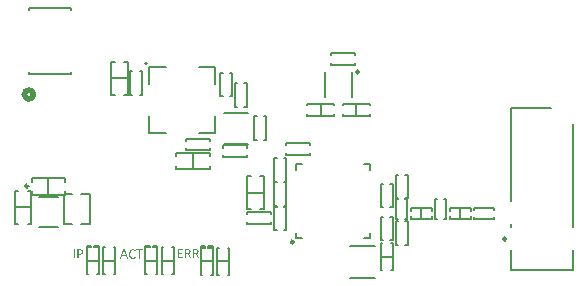
<source format=gto>
G04*
G04 #@! TF.GenerationSoftware,Altium Limited,Altium Designer,22.8.2 (66)*
G04*
G04 Layer_Color=65535*
%FSLAX44Y44*%
%MOMM*%
G71*
G04*
G04 #@! TF.SameCoordinates,468F8AB8-D0D1-42F9-A28A-8A06B6F8ABAF*
G04*
G04*
G04 #@! TF.FilePolarity,Positive*
G04*
G01*
G75*
%ADD10C,0.5080*%
%ADD11C,0.2500*%
%ADD12C,0.2000*%
%ADD13C,0.1500*%
%ADD14C,0.1270*%
%ADD15C,0.1524*%
G36*
X445667Y278404D02*
X445681D01*
X445695Y278390D01*
X445723Y278320D01*
Y278306D01*
X445737Y278277D01*
X445752Y278235D01*
X445766Y278179D01*
Y278165D01*
X445780Y278122D01*
X445794Y278066D01*
Y277981D01*
Y277967D01*
Y277911D01*
X445780Y277854D01*
X445766Y277784D01*
Y277770D01*
X445752Y277742D01*
X445723Y277643D01*
X445709Y277615D01*
X445667Y277573D01*
X445639D01*
X445582Y277558D01*
X442495D01*
Y275091D01*
X445159D01*
X445216Y275063D01*
X445230D01*
X445244Y275049D01*
X445286Y274979D01*
Y274965D01*
X445300Y274951D01*
X445315Y274908D01*
X445329Y274852D01*
Y274838D01*
X445343Y274795D01*
Y274725D01*
Y274640D01*
Y274626D01*
Y274584D01*
Y274528D01*
X445329Y274457D01*
Y274443D01*
X445315Y274415D01*
X445300Y274373D01*
X445286Y274330D01*
X445272Y274302D01*
X445216Y274260D01*
X445188D01*
X445131Y274246D01*
X442495D01*
Y271426D01*
X445639D01*
X445695Y271398D01*
X445709D01*
X445723Y271384D01*
X445766Y271313D01*
X445780Y271299D01*
X445794Y271285D01*
X445808Y271243D01*
X445822Y271187D01*
Y271173D01*
X445836Y271130D01*
Y271060D01*
Y270975D01*
Y270961D01*
Y270905D01*
Y270848D01*
X445822Y270778D01*
Y270764D01*
X445808Y270736D01*
X445766Y270651D01*
Y270637D01*
X445752Y270623D01*
X445695Y270566D01*
X445681D01*
X445611Y270552D01*
X441804D01*
X441748Y270566D01*
X441664Y270595D01*
X441565Y270637D01*
X441551Y270651D01*
X441508Y270721D01*
X441466Y270820D01*
X441452Y270975D01*
Y277995D01*
Y278010D01*
Y278038D01*
X441466Y278122D01*
X441494Y278235D01*
X441565Y278334D01*
X441593Y278348D01*
X441649Y278390D01*
X441734Y278418D01*
X441833Y278433D01*
X445611D01*
X445667Y278404D01*
D02*
G37*
G36*
X456719Y278418D02*
X456874Y278404D01*
X456902D01*
X457001Y278390D01*
X457114D01*
X457241Y278376D01*
X457255D01*
X457311Y278362D01*
X457396Y278348D01*
X457509Y278320D01*
X457635Y278277D01*
X457776Y278235D01*
X458044Y278122D01*
X458058Y278108D01*
X458101Y278094D01*
X458171Y278052D01*
X458256Y278010D01*
X458439Y277869D01*
X458636Y277685D01*
X458650Y277671D01*
X458679Y277643D01*
X458721Y277587D01*
X458777Y277516D01*
X458834Y277432D01*
X458890Y277333D01*
X458989Y277093D01*
Y277079D01*
X459003Y277037D01*
X459031Y276966D01*
X459059Y276868D01*
X459073Y276769D01*
X459101Y276642D01*
X459115Y276346D01*
Y276332D01*
Y276276D01*
Y276205D01*
X459101Y276106D01*
X459087Y275994D01*
X459073Y275881D01*
X459003Y275627D01*
Y275613D01*
X458989Y275571D01*
X458960Y275514D01*
X458918Y275444D01*
X458820Y275261D01*
X458693Y275077D01*
X458679Y275063D01*
X458664Y275035D01*
X458622Y274993D01*
X458566Y274937D01*
X458411Y274795D01*
X458213Y274655D01*
X458199D01*
X458171Y274626D01*
X458101Y274598D01*
X458030Y274556D01*
X457931Y274513D01*
X457833Y274471D01*
X457579Y274373D01*
X457593D01*
X457607Y274359D01*
X457692Y274302D01*
X457804Y274232D01*
X457931Y274147D01*
X457946D01*
X457960Y274119D01*
X458030Y274062D01*
X458129Y273964D01*
X458227Y273837D01*
Y273823D01*
X458256Y273809D01*
X458284Y273766D01*
X458312Y273710D01*
X458397Y273583D01*
X458481Y273414D01*
Y273400D01*
X458509Y273372D01*
X458523Y273329D01*
X458566Y273259D01*
X458636Y273090D01*
X458735Y272878D01*
X459440Y271144D01*
Y271130D01*
X459454Y271102D01*
X459482Y271017D01*
X459524Y270919D01*
X459538Y270834D01*
Y270820D01*
X459552Y270792D01*
X459567Y270693D01*
Y270665D01*
X459552Y270609D01*
X459538Y270595D01*
X459510Y270581D01*
X459468Y270552D01*
X459454D01*
X459426Y270538D01*
X459369D01*
X459299Y270524D01*
X459228D01*
X459144Y270510D01*
X458834D01*
X458749Y270524D01*
X458735D01*
X458693Y270538D01*
X458636D01*
X458594Y270552D01*
X458580D01*
X458566Y270566D01*
X458495Y270623D01*
Y270637D01*
X458481Y270665D01*
X458439Y270750D01*
X457720Y272610D01*
Y272624D01*
X457692Y272667D01*
X457678Y272723D01*
X457635Y272808D01*
X457551Y272991D01*
X457452Y273188D01*
Y273202D01*
X457424Y273231D01*
X457396Y273287D01*
X457353Y273344D01*
X457255Y273499D01*
X457114Y273640D01*
X457100Y273654D01*
X457086Y273668D01*
X457043Y273710D01*
X456987Y273752D01*
X456846Y273851D01*
X456677Y273950D01*
X456663D01*
X456634Y273964D01*
X456578Y273992D01*
X456508Y274006D01*
X456409Y274034D01*
X456310Y274048D01*
X456057Y274062D01*
X455366D01*
Y270693D01*
Y270665D01*
X455337Y270609D01*
X455309Y270595D01*
X455281Y270581D01*
X455239Y270566D01*
X455225D01*
X455197Y270552D01*
X455154D01*
X455084Y270538D01*
X455070D01*
X455013Y270524D01*
X454943Y270510D01*
X454760D01*
X454675Y270524D01*
X454590Y270538D01*
X454576D01*
X454534Y270552D01*
X454421Y270566D01*
X454407D01*
X454393Y270581D01*
X454337Y270609D01*
Y270623D01*
Y270637D01*
X454323Y270693D01*
Y277995D01*
Y278010D01*
Y278038D01*
X454337Y278122D01*
X454365Y278235D01*
X454435Y278334D01*
X454464Y278348D01*
X454520Y278390D01*
X454604Y278418D01*
X454703Y278433D01*
X456550D01*
X456719Y278418D01*
D02*
G37*
G36*
X449938D02*
X450093Y278404D01*
X450122D01*
X450220Y278390D01*
X450333D01*
X450460Y278376D01*
X450474D01*
X450531Y278362D01*
X450615Y278348D01*
X450728Y278320D01*
X450855Y278277D01*
X450996Y278235D01*
X451264Y278122D01*
X451278Y278108D01*
X451320Y278094D01*
X451390Y278052D01*
X451475Y278010D01*
X451658Y277869D01*
X451856Y277685D01*
X451870Y277671D01*
X451898Y277643D01*
X451940Y277587D01*
X451997Y277516D01*
X452053Y277432D01*
X452109Y277333D01*
X452208Y277093D01*
Y277079D01*
X452222Y277037D01*
X452250Y276966D01*
X452279Y276868D01*
X452293Y276769D01*
X452321Y276642D01*
X452335Y276346D01*
Y276332D01*
Y276276D01*
Y276205D01*
X452321Y276106D01*
X452307Y275994D01*
X452293Y275881D01*
X452222Y275627D01*
Y275613D01*
X452208Y275571D01*
X452180Y275514D01*
X452137Y275444D01*
X452039Y275261D01*
X451912Y275077D01*
X451898Y275063D01*
X451884Y275035D01*
X451842Y274993D01*
X451785Y274937D01*
X451630Y274795D01*
X451433Y274655D01*
X451419D01*
X451390Y274626D01*
X451320Y274598D01*
X451249Y274556D01*
X451151Y274513D01*
X451052Y274471D01*
X450798Y274373D01*
X450812D01*
X450826Y274359D01*
X450911Y274302D01*
X451024Y274232D01*
X451151Y274147D01*
X451165D01*
X451179Y274119D01*
X451249Y274062D01*
X451348Y273964D01*
X451447Y273837D01*
Y273823D01*
X451475Y273809D01*
X451503Y273766D01*
X451531Y273710D01*
X451616Y273583D01*
X451701Y273414D01*
Y273400D01*
X451729Y273372D01*
X451743Y273329D01*
X451785Y273259D01*
X451856Y273090D01*
X451954Y272878D01*
X452659Y271144D01*
Y271130D01*
X452673Y271102D01*
X452701Y271017D01*
X452744Y270919D01*
X452758Y270834D01*
Y270820D01*
X452772Y270792D01*
X452786Y270693D01*
Y270665D01*
X452772Y270609D01*
X452758Y270595D01*
X452730Y270581D01*
X452687Y270552D01*
X452673D01*
X452645Y270538D01*
X452589D01*
X452518Y270524D01*
X452448D01*
X452363Y270510D01*
X452053D01*
X451968Y270524D01*
X451954D01*
X451912Y270538D01*
X451856D01*
X451813Y270552D01*
X451799D01*
X451785Y270566D01*
X451715Y270623D01*
Y270637D01*
X451701Y270665D01*
X451658Y270750D01*
X450939Y272610D01*
Y272624D01*
X450911Y272667D01*
X450897Y272723D01*
X450855Y272808D01*
X450770Y272991D01*
X450671Y273188D01*
Y273202D01*
X450643Y273231D01*
X450615Y273287D01*
X450573Y273344D01*
X450474Y273499D01*
X450333Y273640D01*
X450319Y273654D01*
X450305Y273668D01*
X450263Y273710D01*
X450206Y273752D01*
X450065Y273851D01*
X449896Y273950D01*
X449882D01*
X449854Y273964D01*
X449797Y273992D01*
X449727Y274006D01*
X449628Y274034D01*
X449530Y274048D01*
X449276Y274062D01*
X448585D01*
Y270693D01*
Y270665D01*
X448557Y270609D01*
X448529Y270595D01*
X448501Y270581D01*
X448458Y270566D01*
X448444D01*
X448416Y270552D01*
X448374D01*
X448303Y270538D01*
X448289D01*
X448233Y270524D01*
X448162Y270510D01*
X447979D01*
X447894Y270524D01*
X447810Y270538D01*
X447796D01*
X447753Y270552D01*
X447641Y270566D01*
X447626D01*
X447612Y270581D01*
X447556Y270609D01*
Y270623D01*
Y270637D01*
X447542Y270693D01*
Y277995D01*
Y278010D01*
Y278038D01*
X447556Y278122D01*
X447584Y278235D01*
X447655Y278334D01*
X447683Y278348D01*
X447739Y278390D01*
X447824Y278418D01*
X447923Y278433D01*
X449769D01*
X449938Y278418D01*
D02*
G37*
G36*
X403962Y278319D02*
X404060D01*
X404173Y278305D01*
X404413Y278263D01*
X404427D01*
X404469Y278249D01*
X404525Y278235D01*
X404610Y278221D01*
X404793Y278164D01*
X405005Y278094D01*
X405019D01*
X405047Y278080D01*
X405103Y278052D01*
X405174Y278023D01*
X405329Y277953D01*
X405498Y277868D01*
X405512D01*
X405526Y277854D01*
X405611Y277798D01*
X405710Y277727D01*
X405794Y277657D01*
X405808Y277643D01*
X405836Y277615D01*
X405879Y277572D01*
X405893Y277530D01*
X405907Y277502D01*
X405935Y277431D01*
Y277417D01*
X405949Y277389D01*
Y277347D01*
X405963Y277290D01*
Y277276D01*
X405978Y277248D01*
Y277178D01*
Y277107D01*
Y277093D01*
Y277037D01*
Y276980D01*
X405963Y276910D01*
Y276896D01*
X405949Y276853D01*
X405921Y276755D01*
Y276741D01*
X405907Y276726D01*
X405865Y276670D01*
X405851D01*
X405780Y276656D01*
X405766D01*
X405724Y276670D01*
X405639Y276698D01*
X405541Y276769D01*
X405512Y276783D01*
X405428Y276839D01*
X405315Y276924D01*
X405146Y277023D01*
X405132Y277037D01*
X405103Y277051D01*
X405047Y277079D01*
X404977Y277121D01*
X404892Y277164D01*
X404793Y277206D01*
X404554Y277290D01*
X404540D01*
X404497Y277304D01*
X404427Y277333D01*
X404328Y277361D01*
X404201Y277375D01*
X404060Y277403D01*
X403905Y277417D01*
X403637D01*
X403539Y277403D01*
X403412Y277389D01*
X403257Y277361D01*
X403102Y277333D01*
X402933Y277276D01*
X402763Y277206D01*
X402749Y277192D01*
X402693Y277164D01*
X402608Y277121D01*
X402510Y277051D01*
X402397Y276966D01*
X402270Y276853D01*
X402157Y276726D01*
X402030Y276586D01*
X402016Y276572D01*
X401974Y276515D01*
X401917Y276430D01*
X401861Y276304D01*
X401777Y276163D01*
X401692Y275993D01*
X401622Y275796D01*
X401551Y275585D01*
Y275557D01*
X401523Y275486D01*
X401509Y275359D01*
X401480Y275204D01*
X401452Y275007D01*
X401424Y274781D01*
X401410Y274527D01*
X401396Y274245D01*
Y274231D01*
Y274217D01*
Y274175D01*
Y274119D01*
X401410Y273978D01*
Y273794D01*
X401438Y273597D01*
X401466Y273371D01*
X401495Y273146D01*
X401551Y272920D01*
X401565Y272892D01*
X401579Y272822D01*
X401622Y272723D01*
X401678Y272582D01*
X401734Y272427D01*
X401819Y272272D01*
X401917Y272117D01*
X402016Y271962D01*
X402030Y271948D01*
X402073Y271905D01*
X402143Y271835D01*
X402228Y271750D01*
X402340Y271652D01*
X402467Y271553D01*
X402608Y271468D01*
X402763Y271384D01*
X402777Y271370D01*
X402848Y271356D01*
X402933Y271327D01*
X403059Y271285D01*
X403200Y271243D01*
X403369Y271215D01*
X403553Y271201D01*
X403764Y271186D01*
X403933D01*
X404046Y271201D01*
X404173Y271215D01*
X404300Y271229D01*
X404582Y271299D01*
X404596D01*
X404638Y271313D01*
X404709Y271341D01*
X404793Y271370D01*
X404977Y271454D01*
X405174Y271553D01*
X405188D01*
X405216Y271581D01*
X405258Y271609D01*
X405315Y271637D01*
X405456Y271722D01*
X405583Y271807D01*
X405597D01*
X405611Y271821D01*
X405681Y271877D01*
X405766Y271919D01*
X405836Y271933D01*
X405865D01*
X405907Y271905D01*
X405921D01*
X405935Y271891D01*
X405949Y271877D01*
X405963Y271835D01*
Y271821D01*
X405978Y271807D01*
Y271764D01*
X405992Y271694D01*
Y271680D01*
X406006Y271637D01*
Y271567D01*
Y271468D01*
Y271454D01*
Y271412D01*
Y271356D01*
X405992Y271285D01*
Y271271D01*
Y271243D01*
X405963Y271158D01*
X405949Y271130D01*
X405921Y271074D01*
Y271059D01*
X405907Y271045D01*
X405879Y271003D01*
X405836Y270961D01*
X405822Y270947D01*
X405780Y270919D01*
X405710Y270862D01*
X405583Y270778D01*
X405569D01*
X405555Y270749D01*
X405512Y270735D01*
X405456Y270693D01*
X405301Y270623D01*
X405103Y270524D01*
X405089D01*
X405047Y270510D01*
X404991Y270482D01*
X404920Y270453D01*
X404822Y270425D01*
X404709Y270397D01*
X404441Y270341D01*
X404427D01*
X404370Y270326D01*
X404300Y270312D01*
X404201Y270298D01*
X404074Y270284D01*
X403933Y270270D01*
X403623Y270256D01*
X403496D01*
X403341Y270270D01*
X403158Y270284D01*
X402947Y270312D01*
X402707Y270369D01*
X402467Y270425D01*
X402228Y270510D01*
X402200Y270524D01*
X402129Y270552D01*
X402016Y270623D01*
X401875Y270693D01*
X401706Y270806D01*
X401537Y270933D01*
X401354Y271088D01*
X401185Y271257D01*
X401170Y271285D01*
X401114Y271341D01*
X401029Y271454D01*
X400931Y271609D01*
X400832Y271779D01*
X400719Y271990D01*
X400606Y272230D01*
X400508Y272497D01*
Y272512D01*
X400494Y272526D01*
Y272568D01*
X400480Y272624D01*
X400451Y272695D01*
X400437Y272779D01*
X400395Y272991D01*
X400353Y273230D01*
X400325Y273526D01*
X400296Y273837D01*
X400282Y274189D01*
Y274203D01*
Y274231D01*
Y274288D01*
Y274358D01*
X400296Y274443D01*
Y274541D01*
X400311Y274767D01*
X400339Y275035D01*
X400381Y275331D01*
X400437Y275627D01*
X400522Y275923D01*
Y275937D01*
X400536Y275951D01*
X400550Y275993D01*
X400564Y276050D01*
X400621Y276191D01*
X400705Y276374D01*
X400804Y276586D01*
X400931Y276797D01*
X401072Y277023D01*
X401227Y277234D01*
X401255Y277262D01*
X401311Y277319D01*
X401410Y277417D01*
X401537Y277544D01*
X401706Y277671D01*
X401889Y277812D01*
X402101Y277939D01*
X402326Y278052D01*
X402340D01*
X402355Y278066D01*
X402439Y278094D01*
X402566Y278136D01*
X402749Y278193D01*
X402961Y278249D01*
X403200Y278291D01*
X403468Y278319D01*
X403750Y278334D01*
X403877D01*
X403962Y278319D01*
D02*
G37*
G36*
X412194Y278207D02*
X412208D01*
X412222Y278193D01*
X412265Y278122D01*
Y278108D01*
X412279Y278080D01*
X412293Y278037D01*
X412307Y277981D01*
Y277967D01*
X412321Y277925D01*
Y277868D01*
Y277784D01*
Y277770D01*
Y277713D01*
Y277643D01*
X412307Y277572D01*
Y277558D01*
X412293Y277530D01*
X412265Y277431D01*
X412251Y277403D01*
X412194Y277361D01*
X412166D01*
X412110Y277347D01*
X409896D01*
Y270496D01*
Y270467D01*
X409868Y270411D01*
X409840Y270397D01*
X409812Y270383D01*
X409770Y270369D01*
X409756D01*
X409727Y270355D01*
X409685D01*
X409614Y270341D01*
X409600D01*
X409544Y270326D01*
X409473Y270312D01*
X409290D01*
X409206Y270326D01*
X409121Y270341D01*
X409107D01*
X409065Y270355D01*
X408952Y270369D01*
X408938D01*
X408924Y270383D01*
X408867Y270411D01*
Y270425D01*
Y270439D01*
X408853Y270496D01*
Y277347D01*
X406598D01*
X406541Y277361D01*
X406513Y277375D01*
X406471Y277431D01*
Y277446D01*
X406457Y277474D01*
Y277516D01*
X406443Y277572D01*
Y277586D01*
Y277629D01*
X406429Y277699D01*
Y277784D01*
Y277798D01*
Y277854D01*
Y277911D01*
X406443Y277981D01*
Y277995D01*
X406457Y278037D01*
X406471Y278122D01*
Y278136D01*
X406485Y278150D01*
X406541Y278207D01*
X406555D01*
X406570Y278221D01*
X406626Y278235D01*
X412138D01*
X412194Y278207D01*
D02*
G37*
G36*
X396377Y278263D02*
X396406D01*
X396448Y278249D01*
X396518Y278235D01*
X396575Y278221D01*
X396589D01*
X396617Y278207D01*
X396659Y278193D01*
X396702Y278150D01*
X396716D01*
X396730Y278122D01*
X396772Y278052D01*
X399422Y270721D01*
X399436Y270693D01*
X399451Y270637D01*
X399465Y270566D01*
Y270496D01*
Y270482D01*
Y270453D01*
X399451Y270411D01*
X399422Y270369D01*
X399408D01*
X399394Y270355D01*
X399338Y270341D01*
X399267Y270326D01*
X399183D01*
X399084Y270312D01*
X398760D01*
X398661Y270326D01*
X398647D01*
X398605Y270341D01*
X398548D01*
X398492Y270355D01*
X398478D01*
X398464Y270369D01*
X398407Y270397D01*
Y270411D01*
X398393Y270425D01*
X398351Y270496D01*
X397674Y272427D01*
X394390D01*
X393755Y270524D01*
Y270510D01*
X393741Y270496D01*
X393699Y270425D01*
X393685Y270397D01*
X393614Y270355D01*
X393600D01*
X393572Y270341D01*
X393516D01*
X393445Y270326D01*
X393375D01*
X393290Y270312D01*
X393079D01*
X392980Y270326D01*
X392881Y270341D01*
X392867D01*
X392825Y270355D01*
X392769Y270369D01*
X392726Y270383D01*
Y270397D01*
X392712Y270411D01*
X392698Y270453D01*
X392684Y270496D01*
Y270510D01*
X392698Y270552D01*
X392712Y270623D01*
X392740Y270721D01*
X395377Y278052D01*
Y278066D01*
X395391Y278094D01*
X395433Y278164D01*
X395447Y278179D01*
X395461Y278193D01*
X395546Y278221D01*
X395560D01*
X395602Y278235D01*
X395658Y278249D01*
X395743Y278263D01*
X395771D01*
X395828Y278277D01*
X396279D01*
X396377Y278263D01*
D02*
G37*
G36*
X358868Y278418D02*
X359037Y278404D01*
X359080D01*
X359136Y278390D01*
X359192Y278376D01*
X359277Y278362D01*
X359376Y278348D01*
X359601Y278306D01*
X359615D01*
X359658Y278291D01*
X359728Y278277D01*
X359799Y278249D01*
X359897Y278221D01*
X360010Y278179D01*
X360250Y278052D01*
X360264Y278038D01*
X360306Y278024D01*
X360363Y277981D01*
X360447Y277925D01*
X360630Y277770D01*
X360814Y277573D01*
X360828Y277558D01*
X360856Y277530D01*
X360898Y277460D01*
X360955Y277389D01*
X361011Y277291D01*
X361067Y277178D01*
X361180Y276924D01*
Y276910D01*
X361194Y276854D01*
X361222Y276783D01*
X361251Y276684D01*
X361265Y276572D01*
X361293Y276431D01*
X361307Y276121D01*
Y276092D01*
Y276022D01*
X361293Y275909D01*
X361279Y275768D01*
X361265Y275599D01*
X361222Y275416D01*
X361180Y275233D01*
X361110Y275049D01*
X361096Y275035D01*
X361067Y274965D01*
X361025Y274880D01*
X360969Y274767D01*
X360884Y274640D01*
X360785Y274499D01*
X360673Y274359D01*
X360546Y274232D01*
X360532Y274217D01*
X360475Y274175D01*
X360405Y274119D01*
X360292Y274034D01*
X360165Y273950D01*
X360010Y273865D01*
X359841Y273780D01*
X359644Y273710D01*
X359615D01*
X359545Y273682D01*
X359446Y273654D01*
X359291Y273625D01*
X359108Y273597D01*
X358896Y273569D01*
X358657Y273555D01*
X358389Y273541D01*
X357501D01*
Y270693D01*
Y270665D01*
X357473Y270609D01*
X357444Y270595D01*
X357416Y270581D01*
X357374Y270566D01*
X357360D01*
X357332Y270552D01*
X357289D01*
X357219Y270538D01*
X357205D01*
X357148Y270524D01*
X357078Y270510D01*
X356895D01*
X356810Y270524D01*
X356726Y270538D01*
X356711D01*
X356669Y270552D01*
X356556Y270566D01*
X356542D01*
X356528Y270581D01*
X356472Y270609D01*
Y270623D01*
Y270637D01*
X356458Y270693D01*
Y277981D01*
Y277995D01*
Y278024D01*
X356472Y278108D01*
X356514Y278221D01*
X356585Y278320D01*
X356613Y278334D01*
X356669Y278376D01*
X356754Y278418D01*
X356866Y278433D01*
X358713D01*
X358868Y278418D01*
D02*
G37*
G36*
X353991Y278461D02*
X354075Y278447D01*
X354089D01*
X354132Y278433D01*
X354188Y278418D01*
X354230Y278404D01*
X354244D01*
X354273Y278390D01*
X354301Y278376D01*
X354329Y278348D01*
X354343Y278334D01*
X354357Y278277D01*
Y270693D01*
Y270665D01*
X354329Y270609D01*
X354301Y270595D01*
X354273Y270581D01*
X354230Y270566D01*
X354216D01*
X354188Y270552D01*
X354146D01*
X354075Y270538D01*
X354061D01*
X354005Y270524D01*
X353934Y270510D01*
X353751D01*
X353666Y270524D01*
X353582Y270538D01*
X353568D01*
X353526Y270552D01*
X353413Y270566D01*
X353399D01*
X353385Y270581D01*
X353328Y270609D01*
Y270623D01*
Y270637D01*
X353314Y270693D01*
Y278277D01*
Y278291D01*
Y278306D01*
X353328Y278348D01*
Y278362D01*
X353356Y278376D01*
X353413Y278404D01*
X353427D01*
X353455Y278418D01*
X353511Y278433D01*
X353582Y278447D01*
X353596D01*
X353652Y278461D01*
X353737Y278475D01*
X353920D01*
X353991Y278461D01*
D02*
G37*
%LPC*%
G36*
X456451Y277573D02*
X455366D01*
Y274908D01*
X456536D01*
X456634Y274922D01*
X456860Y274951D01*
X457100Y275007D01*
X457114D01*
X457156Y275021D01*
X457212Y275049D01*
X457283Y275077D01*
X457452Y275162D01*
X457607Y275275D01*
X457621Y275289D01*
X457635Y275303D01*
X457678Y275345D01*
X457720Y275402D01*
X457819Y275529D01*
X457903Y275698D01*
Y275712D01*
X457917Y275740D01*
X457931Y275796D01*
X457960Y275867D01*
X457988Y276036D01*
X458002Y276233D01*
Y276248D01*
Y276318D01*
X457988Y276402D01*
X457974Y276501D01*
X457946Y276628D01*
X457917Y276769D01*
X457861Y276896D01*
X457790Y277023D01*
X457776Y277037D01*
X457748Y277079D01*
X457692Y277136D01*
X457621Y277206D01*
X457523Y277277D01*
X457410Y277361D01*
X457255Y277432D01*
X457086Y277488D01*
X457057Y277502D01*
X456987Y277516D01*
X456888Y277530D01*
X456747Y277544D01*
X456719D01*
X456663Y277558D01*
X456536D01*
X456451Y277573D01*
D02*
G37*
G36*
X449671D02*
X448585D01*
Y274908D01*
X449755D01*
X449854Y274922D01*
X450079Y274951D01*
X450319Y275007D01*
X450333D01*
X450375Y275021D01*
X450432Y275049D01*
X450502Y275077D01*
X450671Y275162D01*
X450826Y275275D01*
X450841Y275289D01*
X450855Y275303D01*
X450897Y275345D01*
X450939Y275402D01*
X451038Y275529D01*
X451123Y275698D01*
Y275712D01*
X451137Y275740D01*
X451151Y275796D01*
X451179Y275867D01*
X451207Y276036D01*
X451221Y276233D01*
Y276248D01*
Y276318D01*
X451207Y276402D01*
X451193Y276501D01*
X451165Y276628D01*
X451137Y276769D01*
X451080Y276896D01*
X451010Y277023D01*
X450996Y277037D01*
X450967Y277079D01*
X450911Y277136D01*
X450841Y277206D01*
X450742Y277277D01*
X450629Y277361D01*
X450474Y277432D01*
X450305Y277488D01*
X450277Y277502D01*
X450206Y277516D01*
X450108Y277530D01*
X449967Y277544D01*
X449938D01*
X449882Y277558D01*
X449755D01*
X449671Y277573D01*
D02*
G37*
G36*
X396025Y277192D02*
X396011D01*
X394658Y273259D01*
X397407D01*
X396025Y277192D01*
D02*
G37*
G36*
X358474Y277573D02*
X357501D01*
Y274401D01*
X358615D01*
X358727Y274415D01*
X358854Y274429D01*
X358981Y274443D01*
X359108Y274471D01*
X359235Y274513D01*
X359249D01*
X359291Y274542D01*
X359347Y274570D01*
X359418Y274598D01*
X359587Y274711D01*
X359756Y274852D01*
X359770Y274866D01*
X359799Y274894D01*
X359841Y274937D01*
X359883Y275007D01*
X359996Y275162D01*
X360095Y275373D01*
Y275388D01*
X360109Y275430D01*
X360137Y275486D01*
X360151Y275571D01*
X360179Y275669D01*
X360193Y275782D01*
X360207Y276036D01*
Y276064D01*
Y276121D01*
X360193Y276205D01*
X360179Y276318D01*
X360165Y276445D01*
X360137Y276572D01*
X360081Y276713D01*
X360024Y276840D01*
X360010Y276854D01*
X359996Y276896D01*
X359954Y276952D01*
X359897Y277023D01*
X359756Y277178D01*
X359672Y277248D01*
X359573Y277319D01*
X359559Y277333D01*
X359531Y277347D01*
X359474Y277375D01*
X359404Y277403D01*
X359235Y277474D01*
X359023Y277516D01*
X359009D01*
X358981Y277530D01*
X358925D01*
X358854Y277544D01*
X358671Y277558D01*
X358474Y277573D01*
D02*
G37*
%LPD*%
D10*
X319312Y409321D02*
G03*
X319312Y409321I-3810J0D01*
G01*
D11*
X314940Y331724D02*
G03*
X314940Y331724I-1250J0D01*
G01*
X595102Y428498D02*
G03*
X595102Y428498I-1250J0D01*
G01*
X719520Y287020D02*
G03*
X719520Y287020I-1250J0D01*
G01*
X539730Y284480D02*
G03*
X539730Y284480I-1250J0D01*
G01*
D12*
X415528Y435610D02*
G03*
X415528Y435610I-1000J0D01*
G01*
X480370Y367080D02*
X501370D01*
X480370Y394080D02*
X501370D01*
X566350Y407330D02*
Y428330D01*
X589350Y407330D02*
Y428330D01*
X724020Y260520D02*
X776320D01*
X724020Y318770D02*
Y398020D01*
Y296770D02*
Y299270D01*
Y260520D02*
Y277270D01*
Y398020D02*
X757570D01*
X776320Y296770D02*
Y384270D01*
Y260520D02*
Y277270D01*
X323978Y296880D02*
X339978D01*
X323978Y322880D02*
X339978D01*
X359918Y299720D02*
X367108D01*
Y325120D01*
X359918D02*
X367108D01*
X345108D02*
X352298D01*
X345108Y299720D02*
Y325120D01*
Y299720D02*
X352298D01*
X587416Y253962D02*
X608416D01*
X587416Y280962D02*
X608416D01*
D13*
X454406Y346060D02*
Y360060D01*
X440406Y357060D02*
Y360060D01*
X468406D01*
Y357060D02*
Y360060D01*
Y346060D02*
Y349060D01*
X440406Y346060D02*
X468406D01*
X440406D02*
Y349060D01*
X571432Y434364D02*
Y436364D01*
Y434364D02*
X591432D01*
Y436364D01*
Y442364D02*
Y444364D01*
X571432D02*
X591432D01*
X571432Y442364D02*
Y444364D01*
X396176Y409164D02*
X399176D01*
Y437164D01*
X396176D02*
X399176D01*
X385176D02*
X388176D01*
X385176Y409164D02*
Y437164D01*
Y409164D02*
X388176D01*
X385176Y423164D02*
X399176D01*
X514302Y371000D02*
X516302D01*
Y391000D01*
X514302D02*
X516302D01*
X506302D02*
X508302D01*
X506302Y371000D02*
Y391000D01*
Y371000D02*
X508302D01*
X500220Y364442D02*
Y366442D01*
X480220D02*
X500220D01*
X480220Y364442D02*
Y366442D01*
Y356442D02*
Y358442D01*
Y356442D02*
X500220D01*
Y358442D01*
X709700Y304110D02*
Y305610D01*
X692200Y304110D02*
X709700D01*
X692200D02*
Y305610D01*
Y311610D02*
Y313110D01*
X709700D01*
Y311610D02*
Y313110D01*
X659710Y321170D02*
X661210D01*
X659710Y303670D02*
Y321170D01*
Y303670D02*
X661210D01*
X667210D02*
X668710D01*
Y321170D01*
X667210D02*
X668710D01*
X689470Y311110D02*
Y313110D01*
X671970D02*
X689470D01*
X671970Y311110D02*
Y313110D01*
Y304110D02*
Y306110D01*
Y304110D02*
X689470D01*
Y306110D01*
X680720Y304110D02*
Y313110D01*
X656450Y311110D02*
Y313110D01*
X638950D02*
X656450D01*
X638950Y311110D02*
Y313110D01*
Y304110D02*
Y306110D01*
Y304110D02*
X656450D01*
Y306110D01*
X647700Y304110D02*
Y313110D01*
X626690Y321260D02*
X628190D01*
X626690Y303760D02*
Y321260D01*
Y303760D02*
X628190D01*
X634190D02*
X635690D01*
Y321260D01*
X634190D02*
X635690D01*
X634190Y341470D02*
X636190D01*
Y321470D02*
Y341470D01*
X634190Y321470D02*
X636190D01*
X626190D02*
X628190D01*
X626190D02*
Y341470D01*
X628190D01*
X474980Y268224D02*
X485140D01*
X474980Y256794D02*
X476250D01*
X474980D02*
Y279654D01*
X476250D01*
X483870D02*
X485140D01*
Y256794D02*
Y279654D01*
X483870Y256794D02*
X485140D01*
X581406Y391414D02*
Y392684D01*
Y391414D02*
X604266D01*
Y392684D01*
Y400304D02*
Y401574D01*
X581406D02*
X604266D01*
X581406Y400304D02*
Y401574D01*
X592836Y391414D02*
Y401574D01*
X574040Y400304D02*
Y401574D01*
X551180D02*
X574040D01*
X551180Y400304D02*
Y401574D01*
Y391414D02*
Y392684D01*
Y391414D02*
X574040D01*
Y392684D01*
X562610Y391414D02*
Y401574D01*
X621490Y333850D02*
X623490D01*
Y313850D02*
Y333850D01*
X621490Y313850D02*
X623490D01*
X613490D02*
X615490D01*
X613490D02*
Y333850D01*
X615490D01*
X317978Y324216D02*
Y327216D01*
Y324216D02*
X345978D01*
Y327216D01*
Y335216D02*
Y338216D01*
X317978D02*
X345978D01*
X317978Y335216D02*
Y338216D01*
X331978Y324216D02*
Y338216D01*
X303642Y327690D02*
X306642D01*
X303642Y299690D02*
Y327690D01*
Y299690D02*
X306642D01*
X314642D02*
X317642D01*
Y327690D01*
X314642D02*
X317642D01*
X303642Y313690D02*
X317642D01*
X523320Y294210D02*
X525320D01*
X523320D02*
Y314210D01*
X525320D01*
X531320D02*
X533320D01*
Y294210D02*
Y314210D01*
X531320Y294210D02*
X533320D01*
X497792Y398686D02*
X499792D01*
Y418686D01*
X497792D02*
X499792D01*
X489792D02*
X491792D01*
X489792Y398686D02*
Y418686D01*
Y398686D02*
X491792D01*
X477600Y427830D02*
X479600D01*
X477600Y407830D02*
Y427830D01*
Y407830D02*
X479600D01*
X485600D02*
X487600D01*
Y427830D01*
X485600D02*
X487600D01*
X401146Y429100D02*
X403146D01*
X401146Y409100D02*
Y429100D01*
Y409100D02*
X403146D01*
X409146D02*
X411146D01*
Y429100D01*
X409146D02*
X411146D01*
X448470Y362030D02*
Y364030D01*
Y362030D02*
X468470D01*
Y364030D01*
Y370030D02*
Y372030D01*
X448470D02*
X468470D01*
X448470Y370030D02*
Y372030D01*
X370840Y279908D02*
Y281178D01*
X374650D01*
Y279908D02*
Y281178D01*
X368300Y279908D02*
Y281178D01*
X364490D02*
X368300D01*
X364490Y279908D02*
Y281178D01*
X373380Y257048D02*
X374650D01*
Y279908D01*
X370840D02*
X374650D01*
X364490D02*
X368300D01*
X364490Y257048D02*
Y279908D01*
Y257048D02*
X365760D01*
X364490Y268478D02*
X374650D01*
X420370Y279908D02*
Y281178D01*
X424180D01*
Y279908D02*
Y281178D01*
X417830Y279908D02*
Y281178D01*
X414020D02*
X417830D01*
X414020Y279908D02*
Y281178D01*
X422910Y257048D02*
X424180D01*
Y279908D01*
X420370D02*
X424180D01*
X414020D02*
X417830D01*
X414020Y257048D02*
Y279908D01*
Y257048D02*
X415290D01*
X414020Y268478D02*
X424180D01*
X387350Y257048D02*
X388620D01*
Y279908D01*
X387350D02*
X388620D01*
X378460D02*
X379730D01*
X378460Y257048D02*
Y279908D01*
Y257048D02*
X379730D01*
X378460Y268478D02*
X388620D01*
X467360Y279654D02*
Y280924D01*
X471170D01*
Y279654D02*
Y280924D01*
X464820Y279654D02*
Y280924D01*
X461010D02*
X464820D01*
X461010Y279654D02*
Y280924D01*
X469900Y256794D02*
X471170D01*
Y279654D01*
X467360D02*
X471170D01*
X461010D02*
X464820D01*
X461010Y256794D02*
Y279654D01*
Y256794D02*
X462280D01*
X461010Y268224D02*
X471170D01*
X436880Y257048D02*
X438150D01*
Y279908D01*
X436880D02*
X438150D01*
X427990D02*
X429260D01*
X427990Y257048D02*
Y279908D01*
Y257048D02*
X429260D01*
X427990Y268478D02*
X438150D01*
X622300Y260350D02*
X623570D01*
Y283210D01*
X622300D02*
X623570D01*
X613410D02*
X614680D01*
X613410Y260350D02*
Y283210D01*
Y260350D02*
X614680D01*
X613410Y271780D02*
X623570D01*
X533560Y358220D02*
Y360220D01*
Y358220D02*
X553560D01*
Y360220D01*
Y366220D02*
Y368220D01*
X533560D02*
X553560D01*
X533560Y366220D02*
Y368220D01*
X626190Y302100D02*
X628190D01*
X626190Y282100D02*
Y302100D01*
Y282100D02*
X628190D01*
X634190D02*
X636190D01*
Y302100D01*
X634190D02*
X636190D01*
X613490Y305910D02*
X615490D01*
X613490Y285910D02*
Y305910D01*
Y285910D02*
X615490D01*
X621490D02*
X623490D01*
Y305910D01*
X621490D02*
X623490D01*
X500238Y340028D02*
X503238D01*
X500238Y312028D02*
Y340028D01*
Y312028D02*
X503238D01*
X511238D02*
X514238D01*
Y340028D01*
X511238D02*
X514238D01*
X500238Y326028D02*
X514238D01*
X500540Y299800D02*
Y301800D01*
Y299800D02*
X520540D01*
Y301800D01*
Y307800D02*
Y309800D01*
X500540D02*
X520540D01*
X500540Y307800D02*
Y309800D01*
X523320Y355440D02*
X525320D01*
X523320Y335440D02*
Y355440D01*
Y335440D02*
X525320D01*
X531320D02*
X533320D01*
Y355440D01*
X531320D02*
X533320D01*
X523320Y335120D02*
X525320D01*
X523320Y315120D02*
Y335120D01*
Y315120D02*
X525320D01*
X531320D02*
X533320D01*
Y335120D01*
X531320D02*
X533320D01*
D14*
X473073Y376966D02*
Y391066D01*
X417472Y376966D02*
Y391066D01*
Y376966D02*
X431172D01*
X459372D02*
X473073D01*
Y418466D02*
Y432566D01*
X459372D02*
X473073D01*
X417472Y418466D02*
Y432566D01*
X431172D01*
D15*
X541660Y350180D02*
X546503D01*
X604200Y345337D02*
Y350180D01*
X599357Y287640D02*
X604200D01*
X541660D02*
X546503D01*
X541660Y345337D02*
Y350180D01*
X599357D02*
X604200D01*
Y287640D02*
Y292483D01*
X541660Y287640D02*
Y292483D01*
X315468Y427101D02*
Y428787D01*
Y427101D02*
X351536D01*
X315468Y481041D02*
Y482727D01*
X351536D01*
Y427101D02*
Y428787D01*
Y481041D02*
Y482727D01*
M02*

</source>
